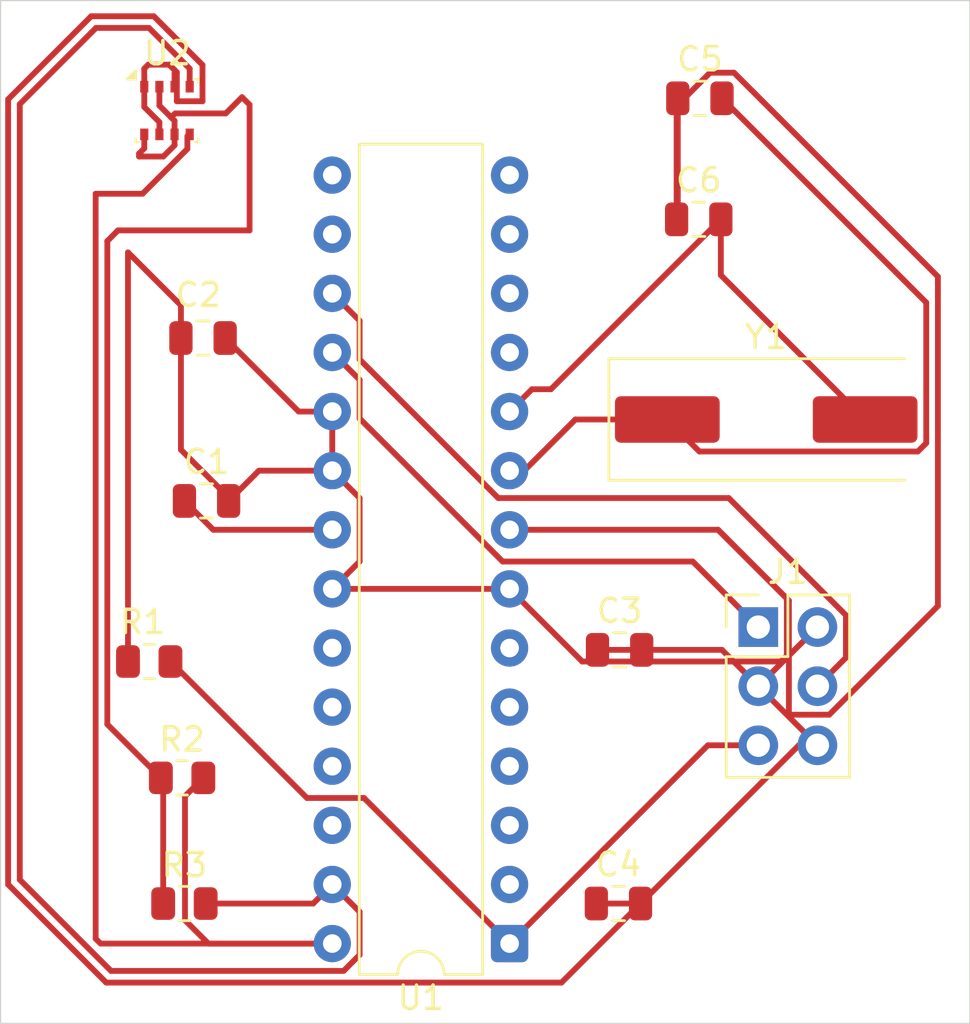
<source format=kicad_pcb>
(kicad_pcb (version 20241229) (generator "pcbnew") (generator_version "9.0")
  (layers (0 "F.Cu" signal) (2 "B.Cu" signal) (13 "F.Paste" user) (15 "B.Paste" user) (5 "F.SilkS" user "F.Silkscreen") (7 "B.SilkS" user "B.Silkscreen") (1 "F.Mask" user) (3 "B.Mask" user) (25 "Edge.Cuts" user))
  (net 0 "")
  (net 1 "Net-(U1-AREF)")
  (net 2 "+5V")
  (net 3 "Net-(U1-XTAL1{slash}PB6)")
  (net 4 "Net-(U1-XTAL2{slash}PB7)")
  (net 5 "Net-(J1-~{RST})")
  (net 6 "Net-(J1-MISO)")
  (net 7 "Net-(J1-MOSI)")
  (net 8 "/SDI")
  (net 9 "3.3V")
  (net 10 "/SCL")
  (footprint "Capacitor_SMD:C_0805_2012Metric" (layer "F.Cu") (at 169.95 56.3)
    (property "Reference" "C5" (at 0 -1.68 0) (layer "F.SilkS"))
    (property "Value" "22pf")
    (fp_line (start -0.261252 -0.735) (end 0.261252 -0.735) (stroke (width 0.12)) (layer "F.SilkS"))
    (fp_line (start -0.261252 0.735) (end 0.261252 0.735) (stroke (width 0.12)) (layer "F.SilkS"))
    (pad "1" smd roundrect (at -0.95 0) (size 1 1.45) (layers "F.Cu" "F.Mask" "F.Paste") (net 2 "+5V"))
    (pad "2" smd roundrect (at 0.95 0) (size 1 1.45) (layers "F.Cu" "F.Mask" "F.Paste") (net 3 "Net-(U1-XTAL1{slash}PB6)"))
  )
  (footprint "Package_LGA:Bosch_LGA-8_2.5x2.5mm_P0.65mm_ClockwisePinNumbering" (layer "F.Cu") (at 147.05 56.825)
    (property "Reference" "U2" (at 0.015 -2.465 0) (layer "F.SilkS"))
    (property "Value" "BME280")
    (fp_line (start -1.35 1.35) (end -1.35 1.2) (stroke (width 0.1)) (layer "F.SilkS"))
    (fp_line (start -1.35 1.36) (end -1.2 1.36) (stroke (width 0.1)) (layer "F.SilkS"))
    (fp_line (start 1.2 -1.35) (end 1.35 -1.35) (stroke (width 0.1)) (layer "F.SilkS"))
    (fp_line (start 1.35 -1.35) (end 1.35 -1.2) (stroke (width 0.1)) (layer "F.SilkS"))
    (fp_line (start 1.35 1.35) (end 1.2 1.35) (stroke (width 0.1)) (layer "F.SilkS"))
    (fp_line (start 1.35 1.35) (end 1.35 1.2) (stroke (width 0.1)) (layer "F.SilkS"))
    (fp_poly (pts (xy -1.35 -1.35) (xy -1.71 -1.35) (xy -1.35 -1.71) (xy -1.35 -1.35)) (stroke (width 0.12)) (fill yes) (layer "F.SilkS"))
    (pad "1" smd rect (at -0.975 -1.025 90) (size 0.5 0.35) (layers "F.Cu" "F.Mask" "F.Paste") (net 2 "+5V"))
    (pad "2" smd rect (at -0.325 -1.025 90) (size 0.5 0.35) (layers "F.Cu" "F.Mask" "F.Paste") (net 9 "3.3V"))
    (pad "3" smd rect (at 0.325 -1.025 90) (size 0.5 0.35) (layers "F.Cu" "F.Mask" "F.Paste") (net 2 "+5V"))
    (pad "4" smd rect (at 0.975 -1.025 90) (size 0.5 0.35) (layers "F.Cu" "F.Mask" "F.Paste") (net 10 "/SCL"))
    (pad "5" smd rect (at 0.975 1.025 90) (size 0.5 0.35) (layers "F.Cu" "F.Mask" "F.Paste") (net 8 "/SDI"))
    (pad "6" smd rect (at 0.325 1.025 90) (size 0.5 0.35) (layers "F.Cu" "F.Mask" "F.Paste") (net 9 "3.3V"))
    (pad "7" smd rect (at -0.325 1.025 90) (size 0.5 0.35) (layers "F.Cu" "F.Mask" "F.Paste") (net 2 "+5V"))
    (pad "8" smd rect (at -0.975 1.025 90) (size 0.5 0.35) (layers "F.Cu" "F.Mask" "F.Paste") (net 9 "3.3V"))
  )
  (footprint "Package_DIP:DIP-28_W7.62mm" (layer "F.Cu") (at 161.7725 92.62 180)
    (property "Reference" "U1" (at 3.81 -2.33 0) (layer "F.SilkS"))
    (property "Value" "ATmega328-P")
    (fp_line (start 6.46 34.35) (end 6.46 -1.33) (stroke (width 0.12)) (layer "F.SilkS"))
    (fp_line (start 6.46 -1.33) (end 4.81 -1.33) (stroke (width 0.12)) (layer "F.SilkS"))
    (fp_line (start 2.81 -1.33) (end 1.16 -1.33) (stroke (width 0.12)) (layer "F.SilkS"))
    (fp_line (start 1.16 34.35) (end 6.46 34.35) (stroke (width 0.12)) (layer "F.SilkS"))
    (fp_line (start 1.16 -1.33) (end 1.16 34.35) (stroke (width 0.12)) (layer "F.SilkS"))
    (fp_arc (start 4.81 -1.33) (mid 3.81 -0.33) (end 2.81 -1.33) (stroke (width 0.12)) (layer "F.SilkS"))
    (pad "1" thru_hole roundrect (at 0 0 180) (size 1.6 1.6) (drill 0.8) (layers "*.Cu" "*.Mask") (roundrect_rratio 0.15625) (net 5 "Net-(J1-~{RST})"))
    (pad "2" thru_hole circle (at 0 2.54 180) (size 1.6 1.6) (drill 0.8) (layers "*.Cu" "*.Mask"))
    (pad "3" thru_hole circle (at 0 5.08 180) (size 1.6 1.6) (drill 0.8) (layers "*.Cu" "*.Mask"))
    (pad "4" thru_hole circle (at 0 7.62 180) (size 1.6 1.6) (drill 0.8) (layers "*.Cu" "*.Mask"))
    (pad "5" thru_hole circle (at 0 10.16 180) (size 1.6 1.6) (drill 0.8) (layers "*.Cu" "*.Mask"))
    (pad "6" thru_hole circle (at 0 12.7 180) (size 1.6 1.6) (drill 0.8) (layers "*.Cu" "*.Mask"))
    (pad "7" thru_hole circle (at 0 15.24 180) (size 1.6 1.6) (drill 0.8) (layers "*.Cu" "*.Mask") (net 2 "+5V"))
    (pad "8" thru_hole circle (at 0 17.78 180) (size 1.6 1.6) (drill 0.8) (layers "*.Cu" "*.Mask") (net 2 "+5V"))
    (pad "9" thru_hole circle (at 0 20.32 180) (size 1.6 1.6) (drill 0.8) (layers "*.Cu" "*.Mask") (net 3 "Net-(U1-XTAL1{slash}PB6)"))
    (pad "10" thru_hole circle (at 0 22.86 180) (size 1.6 1.6) (drill 0.8) (layers "*.Cu" "*.Mask") (net 4 "Net-(U1-XTAL2{slash}PB7)"))
    (pad "11" thru_hole circle (at 0 25.4 180) (size 1.6 1.6) (drill 0.8) (layers "*.Cu" "*.Mask"))
    (pad "12" thru_hole circle (at 0 27.94 180) (size 1.6 1.6) (drill 0.8) (layers "*.Cu" "*.Mask"))
    (pad "13" thru_hole circle (at 0 30.48 180) (size 1.6 1.6) (drill 0.8) (layers "*.Cu" "*.Mask"))
    (pad "14" thru_hole circle (at 0 33.02 180) (size 1.6 1.6) (drill 0.8) (layers "*.Cu" "*.Mask"))
    (pad "15" thru_hole circle (at 7.62 33.02 180) (size 1.6 1.6) (drill 0.8) (layers "*.Cu" "*.Mask"))
    (pad "16" thru_hole circle (at 7.62 30.48 180) (size 1.6 1.6) (drill 0.8) (layers "*.Cu" "*.Mask"))
    (pad "17" thru_hole circle (at 7.62 27.94 180) (size 1.6 1.6) (drill 0.8) (layers "*.Cu" "*.Mask") (net 7 "Net-(J1-MOSI)"))
    (pad "18" thru_hole circle (at 7.62 25.4 180) (size 1.6 1.6) (drill 0.8) (layers "*.Cu" "*.Mask") (net 6 "Net-(J1-MISO)"))
    (pad "19" thru_hole circle (at 7.62 22.86 180) (size 1.6 1.6) (drill 0.8) (layers "*.Cu" "*.Mask") (net 2 "+5V"))
    (pad "20" thru_hole circle (at 7.62 20.32 180) (size 1.6 1.6) (drill 0.8) (layers "*.Cu" "*.Mask") (net 2 "+5V"))
    (pad "21" thru_hole circle (at 7.62 17.78 180) (size 1.6 1.6) (drill 0.8) (layers "*.Cu" "*.Mask") (net 1 "Net-(U1-AREF)"))
    (pad "22" thru_hole circle (at 7.62 15.24 180) (size 1.6 1.6) (drill 0.8) (layers "*.Cu" "*.Mask") (net 2 "+5V"))
    (pad "23" thru_hole circle (at 7.62 12.7 180) (size 1.6 1.6) (drill 0.8) (layers "*.Cu" "*.Mask"))
    (pad "24" thru_hole circle (at 7.62 10.16 180) (size 1.6 1.6) (drill 0.8) (layers "*.Cu" "*.Mask"))
    (pad "25" thru_hole circle (at 7.62 7.62 180) (size 1.6 1.6) (drill 0.8) (layers "*.Cu" "*.Mask"))
    (pad "26" thru_hole circle (at 7.62 5.08 180) (size 1.6 1.6) (drill 0.8) (layers "*.Cu" "*.Mask"))
    (pad "27" thru_hole circle (at 7.62 2.54 180) (size 1.6 1.6) (drill 0.8) (layers "*.Cu" "*.Mask") (net 10 "/SCL"))
    (pad "28" thru_hole circle (at 7.62 0 180) (size 1.6 1.6) (drill 0.8) (layers "*.Cu" "*.Mask") (net 8 "/SDI"))
  )
  (footprint "Capacitor_SMD:C_0805_2012Metric" (layer "F.Cu") (at 148.6 66.6)
    (property "Reference" "C2" (at -0.2 -1.85 180) (layer "F.SilkS"))
    (property "Value" "100nf")
    (fp_line (start -0.261252 -0.735) (end 0.261252 -0.735) (stroke (width 0.12)) (layer "F.SilkS"))
    (fp_line (start -0.261252 0.735) (end 0.261252 0.735) (stroke (width 0.12)) (layer "F.SilkS"))
    (pad "1" smd roundrect (at -0.95 0) (size 1 1.45) (layers "F.Cu" "F.Mask" "F.Paste") (net 2 "+5V"))
    (pad "2" smd roundrect (at 0.95 0) (size 1 1.45) (layers "F.Cu" "F.Mask" "F.Paste") (net 2 "+5V"))
  )
  (footprint "Resistor_SMD:R_0805_2012Metric" (layer "F.Cu") (at 147.7 85.5)
    (property "Reference" "R2" (at 0 -1.65 0) (layer "F.SilkS"))
    (property "Value" "4.7k")
    (fp_line (start -0.227064 -0.735) (end 0.227064 -0.735) (stroke (width 0.12)) (layer "F.SilkS"))
    (fp_line (start -0.227064 0.735) (end 0.227064 0.735) (stroke (width 0.12)) (layer "F.SilkS"))
    (pad "1" smd roundrect (at -0.9125 0) (size 1.025 1.4) (layers "F.Cu" "F.Mask" "F.Paste") (roundrect_rratio 0.243902) (net 9 "3.3V"))
    (pad "2" smd roundrect (at 0.9125 0) (size 1.025 1.4) (layers "F.Cu" "F.Mask" "F.Paste") (roundrect_rratio 0.243902) (net 8 "/SDI"))
  )
  (footprint "Capacitor_SMD:C_0805_2012Metric" (layer "F.Cu") (at 148.75 73.6)
    (property "Reference" "C1" (at 0 -1.68 0) (layer "F.SilkS"))
    (property "Value" "100nf")
    (fp_line (start -0.261252 -0.735) (end 0.261252 -0.735) (stroke (width 0.12)) (layer "F.SilkS"))
    (fp_line (start -0.261252 0.735) (end 0.261252 0.735) (stroke (width 0.12)) (layer "F.SilkS"))
    (pad "1" smd roundrect (at -0.95 0) (size 1 1.45) (layers "F.Cu" "F.Mask" "F.Paste") (net 1 "Net-(U1-AREF)"))
    (pad "2" smd roundrect (at 0.95 0) (size 1 1.45) (layers "F.Cu" "F.Mask" "F.Paste") (net 2 "+5V"))
  )
  (footprint "Resistor_SMD:R_0805_2012Metric" (layer "F.Cu") (at 146.2875 80.5)
    (property "Reference" "R1" (at -0.2875 -1.7 180) (layer "F.SilkS"))
    (property "Value" "10k")
    (fp_line (start -0.227064 -0.735) (end 0.227064 -0.735) (stroke (width 0.12)) (layer "F.SilkS"))
    (fp_line (start -0.227064 0.735) (end 0.227064 0.735) (stroke (width 0.12)) (layer "F.SilkS"))
    (pad "1" smd roundrect (at -0.9125 0) (size 1.025 1.4) (layers "F.Cu" "F.Mask" "F.Paste") (roundrect_rratio 0.243902) (net 2 "+5V"))
    (pad "2" smd roundrect (at 0.9125 0) (size 1.025 1.4) (layers "F.Cu" "F.Mask" "F.Paste") (roundrect_rratio 0.243902) (net 5 "Net-(J1-~{RST})"))
  )
  (footprint "Crystal:Crystal_SMD_HC49-SD" (layer "F.Cu") (at 172.8 70.1)
    (property "Reference" "Y1" (at 0 -3.55 0) (layer "F.SilkS"))
    (property "Value" "Crystal")
    (fp_line (start -6.76 -2.61) (end -6.76 2.61) (stroke (width 0.12)) (layer "F.SilkS"))
    (fp_line (start -6.76 2.61) (end 5.96 2.61) (stroke (width 0.12)) (layer "F.SilkS"))
    (fp_line (start 5.96 -2.61) (end -6.76 -2.61) (stroke (width 0.12)) (layer "F.SilkS"))
    (pad "1" smd roundrect (at -4.25 0) (size 4.5 2) (layers "F.Cu" "F.Mask" "F.Paste") (roundrect_rratio 0.125) (net 3 "Net-(U1-XTAL1{slash}PB6)"))
    (pad "2" smd roundrect (at 4.25 0) (size 4.5 2) (layers "F.Cu" "F.Mask" "F.Paste") (roundrect_rratio 0.125) (net 4 "Net-(U1-XTAL2{slash}PB7)"))
  )
  (footprint "Capacitor_SMD:C_0805_2012Metric" (layer "F.Cu") (at 166.45 90.9)
    (property "Reference" "C4" (at 0 -1.68 0) (layer "F.SilkS"))
    (property "Value" "10uf")
    (fp_line (start -0.261252 -0.735) (end 0.261252 -0.735) (stroke (width 0.12)) (layer "F.SilkS"))
    (fp_line (start -0.261252 0.735) (end 0.261252 0.735) (stroke (width 0.12)) (layer "F.SilkS"))
    (pad "1" smd roundrect (at -0.95 0) (size 1 1.45) (layers "F.Cu" "F.Mask" "F.Paste") (net 2 "+5V"))
    (pad "2" smd roundrect (at 0.95 0) (size 1 1.45) (layers "F.Cu" "F.Mask" "F.Paste") (net 2 "+5V"))
  )
  (footprint "Resistor_SMD:R_0805_2012Metric" (layer "F.Cu") (at 147.8 90.9)
    (property "Reference" "R3" (at 0 -1.65 0) (layer "F.SilkS"))
    (property "Value" "4.7k")
    (fp_line (start -0.227064 -0.735) (end 0.227064 -0.735) (stroke (width 0.12)) (layer "F.SilkS"))
    (fp_line (start -0.227064 0.735) (end 0.227064 0.735) (stroke (width 0.12)) (layer "F.SilkS"))
    (pad "1" smd roundrect (at -0.9125 0) (size 1.025 1.4) (layers "F.Cu" "F.Mask" "F.Paste") (roundrect_rratio 0.243902) (net 9 "3.3V"))
    (pad "2" smd roundrect (at 0.9125 0) (size 1.025 1.4) (layers "F.Cu" "F.Mask" "F.Paste") (roundrect_rratio 0.243902) (net 10 "/SCL"))
  )
  (footprint "Capacitor_SMD:C_0805_2012Metric" (layer "F.Cu") (at 166.5 80)
    (property "Reference" "C3" (at 0 -1.68 0) (layer "F.SilkS"))
    (property "Value" "100nf")
    (fp_line (start -0.261252 -0.735) (end 0.261252 -0.735) (stroke (width 0.12)) (layer "F.SilkS"))
    (fp_line (start -0.261252 0.735) (end 0.261252 0.735) (stroke (width 0.12)) (layer "F.SilkS"))
    (pad "1" smd roundrect (at -0.95 0) (size 1 1.45) (layers "F.Cu" "F.Mask" "F.Paste") (net 2 "+5V"))
    (pad "2" smd roundrect (at 0.95 0) (size 1 1.45) (layers "F.Cu" "F.Mask" "F.Paste") (net 2 "+5V"))
  )
  (footprint "Capacitor_SMD:C_0805_2012Metric" (layer "F.Cu") (at 169.9 61.5)
    (property "Reference" "C6" (at 0 -1.68 0) (layer "F.SilkS"))
    (property "Value" "22pf")
    (fp_line (start -0.261252 -0.735) (end 0.261252 -0.735) (stroke (width 0.12)) (layer "F.SilkS"))
    (fp_line (start -0.261252 0.735) (end 0.261252 0.735) (stroke (width 0.12)) (layer "F.SilkS"))
    (pad "1" smd roundrect (at -0.95 0) (size 1 1.45) (layers "F.Cu" "F.Mask" "F.Paste") (net 2 "+5V"))
    (pad "2" smd roundrect (at 0.95 0) (size 1 1.45) (layers "F.Cu" "F.Mask" "F.Paste") (net 4 "Net-(U1-XTAL2{slash}PB7)"))
  )
  (footprint "Connector_PinHeader_2.54mm:PinHeader_2x03_P2.54mm_Vertical" (layer "F.Cu") (at 172.46 79.02)
    (property "Reference" "J1" (at 1.27 -2.38 0) (layer "F.SilkS"))
    (property "Value" "AVR-ISP-6")
    (fp_line (start -1.38 -1.38) (end 0 -1.38) (stroke (width 0.12)) (layer "F.SilkS"))
    (fp_line (start -1.38 0) (end -1.38 -1.38) (stroke (width 0.12)) (layer "F.SilkS"))
    (fp_line (start -1.38 1.27) (end -1.38 6.46) (stroke (width 0.12)) (layer "F.SilkS"))
    (fp_line (start -1.38 1.27) (end 1.27 1.27) (stroke (width 0.12)) (layer "F.SilkS"))
    (fp_line (start -1.38 6.46) (end 3.92 6.46) (stroke (width 0.12)) (layer "F.SilkS"))
    (fp_line (start 1.27 -1.38) (end 3.92 -1.38) (stroke (width 0.12)) (layer "F.SilkS"))
    (fp_line (start 1.27 1.27) (end 1.27 -1.38) (stroke (width 0.12)) (layer "F.SilkS"))
    (fp_line (start 3.92 -1.38) (end 3.92 6.46) (stroke (width 0.12)) (layer "F.SilkS"))
    (pad "1" thru_hole rect (at 0 0) (size 1.7 1.7) (drill 1) (layers "*.Cu" "*.Mask") (net 6 "Net-(J1-MISO)"))
    (pad "2" thru_hole circle (at 2.54 0) (size 1.7 1.7) (drill 1) (layers "*.Cu" "*.Mask") (net 2 "+5V"))
    (pad "3" thru_hole circle (at 0 2.54) (size 1.7 1.7) (drill 1) (layers "*.Cu" "*.Mask") (net 2 "+5V"))
    (pad "4" thru_hole circle (at 2.54 2.54) (size 1.7 1.7) (drill 1) (layers "*.Cu" "*.Mask") (net 7 "Net-(J1-MOSI)"))
    (pad "5" thru_hole circle (at 0 5.08) (size 1.7 1.7) (drill 1) (layers "*.Cu" "*.Mask") (net 5 "Net-(J1-~{RST})"))
    (pad "6" thru_hole circle (at 2.54 5.08) (size 1.7 1.7) (drill 1) (layers "*.Cu" "*.Mask") (net 2 "+5V"))
  )
  (gr_rect (start 139.9 52.1) (end 181.55 96.05) (stroke (width 0.05)) (fill no) (layer "Edge.Cuts"))
  (segment (start 149.04 74.84) (end 147.8 73.6) (width 0.25) (layer "F.Cu") (net 1))
  (segment (start 154.1525 74.84) (end 149.04 74.84) (width 0.25) (layer "F.Cu") (net 1))
  (segment (start 155.3285 73.476) (end 154.1525 72.3) (width 0.25) (layer "F.Cu") (net 2))
  (segment (start 154.1525 72.3) (end 151 72.3) (width 0.25) (layer "F.Cu") (net 2))
  (segment (start 170.383774 55.199) (end 171.416226 55.199) (width 0.25) (layer "F.Cu") (net 2))
  (segment (start 149.7 73.6) (end 149.7 73.45) (width 0.25) (layer "F.Cu") (net 2))
  (segment (start 146.725 57.85) (end 146.725 57.323) (width 0.25) (layer "F.Cu") (net 2))
  (segment (start 149.7 73.45) (end 147.65 71.4) (width 0.25) (layer "F.Cu") (net 2))
  (segment (start 143.792479 52.774) (end 140.224 56.34248) (width 0.25) (layer "F.Cu") (net 2))
  (segment (start 174.2 84.1) (end 175 84.1) (width 0.25) (layer "F.Cu") (net 2))
  (segment (start 146.24474 54.85326) (end 146.075 55.023) (width 0.25) (layer "F.Cu") (net 2))
  (segment (start 172.46 81.56) (end 175 84.1) (width 0.25) (layer "F.Cu") (net 2))
  (segment (start 146.725 57.323) (end 146.075 56.673) (width 0.25) (layer "F.Cu") (net 2))
  (segment (start 154.1525 77.38) (end 161.7725 77.38) (width 0.25) (layer "F.Cu") (net 2))
  (segment (start 172.46 81.56) (end 175 79.02) (width 0.25) (layer "F.Cu") (net 2))
  (segment (start 148.576 56.426) (end 148.576 54.86548) (width 0.25) (layer "F.Cu") (net 2))
  (segment (start 173.774 82.786) (end 173.774 77.882) (width 0.25) (layer "F.Cu") (net 2))
  (segment (start 147.4 55.10652) (end 147.14674 54.85326) (width 0.25) (layer "F.Cu") (net 2))
  (segment (start 164.003 94.297) (end 167.4 90.9) (width 0.25) (layer "F.Cu") (net 2))
  (segment (start 180.177 78.116826) (end 175.507826 82.786) (width 0.25) (layer "F.Cu") (net 2))
  (segment (start 147.65 71.4) (end 147.65 66.6) (width 0.25) (layer "F.Cu") (net 2))
  (segment (start 171.416226 55.199) (end 180.177 63.959774) (width 0.25) (layer "F.Cu") (net 2))
  (segment (start 170.732 74.84) (end 173.686 77.794) (width 0.25) (layer "F.Cu") (net 2))
  (segment (start 167.45 80) (end 165.55 80) (width 0.25) (layer "F.Cu") (net 2))
  (segment (start 144.43848 94.297) (end 164.003 94.297) (width 0.25) (layer "F.Cu") (net 2))
  (segment (start 147.375 55.55) (end 147.375 55.225) (width 0.25) (layer "F.Cu") (net 2))
  (segment (start 147.375 55.225) (end 147.4 55.2) (width 0.25) (layer "F.Cu") (net 2))
  (segment (start 180.177 63.959774) (end 180.177 78.116826) (width 0.25) (layer "F.Cu") (net 2))
  (segment (start 170.9 80) (end 167.45 80) (width 0.25) (layer "F.Cu") (net 2))
  (segment (start 145.375 62.92) (end 145.375 80.5) (width 0.25) (layer "F.Cu") (net 2))
  (segment (start 169 56.3) (end 169 61.45) (width 0.25) (layer "F.Cu") (net 2))
  (segment (start 147.65 65.195) (end 145.375 62.92) (width 0.25) (layer "F.Cu") (net 2))
  (segment (start 151 72.3) (end 149.7 73.6) (width 0.25) (layer "F.Cu") (net 2))
  (segment (start 173.432062 80.499938) (end 164.892438 80.499938) (width 0.25) (layer "F.Cu") (net 2))
  (segment (start 149.55 66.6) (end 152.71 69.76) (width 0.25) (layer "F.Cu") (net 2))
  (segment (start 172.46 81.56) (end 170.9 80) (width 0.25) (layer "F.Cu") (net 2))
  (segment (start 173.686 80.246) (end 173.432062 80.499938) (width 0.25) (layer "F.Cu") (net 2))
  (segment (start 147.14674 54.85326) (end 147.474 55.18052) (width 0.25) (layer "F.Cu") (net 2))
  (segment (start 154.1525 77.38) (end 155.3285 76.204) (width 0.25) (layer "F.Cu") (net 2))
  (segment (start 167.4 90.9) (end 174.2 84.1) (width 0.25) (layer "F.Cu") (net 2))
  (segment (start 146.48452 52.774) (end 143.792479 52.774) (width 0.25) (layer "F.Cu") (net 2))
  (segment (start 164.892438 80.499938) (end 161.7725 77.38) (width 0.25) (layer "F.Cu") (net 2))
  (segment (start 147.474 56.426) (end 148.576 56.426) (width 0.25) (layer "F.Cu") (net 2))
  (segment (start 147.65 66.6) (end 147.65 65.195) (width 0.25) (layer "F.Cu") (net 2))
  (segment (start 173.774 77.882) (end 170.732 74.84) (width 0.25) (layer "F.Cu") (net 2))
  (segment (start 168.95 56.632774) (end 170.383774 55.199) (width 0.25) (layer "F.Cu") (net 2))
  (segment (start 147.4 55.2) (end 147.4 55.10652) (width 0.25) (layer "F.Cu") (net 2))
  (segment (start 140.224 90.082521) (end 144.43848 94.297) (width 0.25) (layer "F.Cu") (net 2))
  (segment (start 140.224 56.34248) (end 140.224 90.082521) (width 0.25) (layer "F.Cu") (net 2))
  (segment (start 165.5 90.9) (end 167.4 90.9) (width 0.25) (layer "F.Cu") (net 2))
  (segment (start 168.95 61.5) (end 168.95 56.632774) (width 0.25) (layer "F.Cu") (net 2))
  (segment (start 148.576 54.86548) (end 146.48452 52.774) (width 0.25) (layer "F.Cu") (net 2))
  (segment (start 152.71 69.76) (end 154.1525 69.76) (width 0.25) (layer "F.Cu") (net 2))
  (segment (start 146.24474 54.85326) (end 147.14674 54.85326) (width 0.25) (layer "F.Cu") (net 2))
  (segment (start 169 61.45) (end 168.95 61.5) (width 0.25) (layer "F.Cu") (net 2))
  (segment (start 175.507826 82.786) (end 173.774 82.786) (width 0.25) (layer "F.Cu") (net 2))
  (segment (start 173.686 77.794) (end 173.686 80.246) (width 0.25) (layer "F.Cu") (net 2))
  (segment (start 155.3285 76.204) (end 155.3285 73.476) (width 0.25) (layer "F.Cu") (net 2))
  (segment (start 147.474 55.18052) (end 147.474 56.426) (width 0.25) (layer "F.Cu") (net 2))
  (segment (start 154.1525 69.76) (end 154.1525 72.3) (width 0.25) (layer "F.Cu") (net 2))
  (segment (start 161.7725 74.84) (end 170.732 74.84) (width 0.25) (layer "F.Cu") (net 2))
  (segment (start 146.075 55.023) (end 146.075 55.55) (width 0.25) (layer "F.Cu") (net 2))
  (segment (start 146.075 56.673) (end 146.075 55.8) (width 0.25) (layer "F.Cu") (net 2))
  (segment (start 179.676 65.076) (end 170.9 56.3) (width 0.25) (layer "F.Cu") (net 3))
  (segment (start 164.6 70.1) (end 162.4 72.3) (width 0.25) (layer "F.Cu") (net 3))
  (segment (start 168.55 70.1) (end 164.6 70.1) (width 0.25) (layer "F.Cu") (net 3))
  (segment (start 162.4 72.3) (end 161.7725 72.3) (width 0.25) (layer "F.Cu") (net 3))
  (segment (start 168.55 70.1) (end 169.926 71.476) (width 0.25) (layer "F.Cu") (net 3))
  (segment (start 179.316226 71.476) (end 179.676 71.116226) (width 0.25) (layer "F.Cu") (net 3))
  (segment (start 179.676 71.116226) (end 179.676 65.076) (width 0.25) (layer "F.Cu") (net 3))
  (segment (start 169.926 71.476) (end 179.316226 71.476) (width 0.25) (layer "F.Cu") (net 3))
  (segment (start 170.85 61.5) (end 163.55 68.8) (width 0.25) (layer "F.Cu") (net 4))
  (segment (start 177.05 70.1) (end 170.85 63.9) (width 0.25) (layer "F.Cu") (net 4))
  (segment (start 170.85 63.9) (end 170.85 61.5) (width 0.25) (layer "F.Cu") (net 4))
  (segment (start 163.55 68.8) (end 162.7325 68.8) (width 0.25) (layer "F.Cu") (net 4))
  (segment (start 162.7325 68.8) (end 161.7725 69.76) (width 0.25) (layer "F.Cu") (net 4))
  (segment (start 172.46 84.1) (end 170.2925 84.1) (width 0.25) (layer "F.Cu") (net 5))
  (segment (start 155.5165 86.364) (end 161.7725 92.62) (width 0.25) (layer "F.Cu") (net 5))
  (segment (start 153.064 86.364) (end 155.5165 86.364) (width 0.25) (layer "F.Cu") (net 5))
  (segment (start 170.2925 84.1) (end 161.7725 92.62) (width 0.25) (layer "F.Cu") (net 5))
  (segment (start 147.2 80.5) (end 153.064 86.364) (width 0.25) (layer "F.Cu") (net 5))
  (segment (start 155.3285 68.396) (end 154.1525 67.22) (width 0.25) (layer "F.Cu") (net 6))
  (segment (start 155.3285 70.059116) (end 155.3285 68.396) (width 0.25) (layer "F.Cu") (net 6))
  (segment (start 161.473384 76.204) (end 155.3285 70.059116) (width 0.25) (layer "F.Cu") (net 6))
  (segment (start 172.46 79.02) (end 169.644 76.204) (width 0.25) (layer "F.Cu") (net 6))
  (segment (start 169.644 76.204) (end 161.473384 76.204) (width 0.25) (layer "F.Cu") (net 6))
  (segment (start 175 81.56) (end 176.226 80.334) (width 0.25) (layer "F.Cu") (net 7))
  (segment (start 171.189826 73.476) (end 161.285384 73.476) (width 0.25) (layer "F.Cu") (net 7))
  (segment (start 176.226 80.334) (end 176.226 78.512174) (width 0.25) (layer "F.Cu") (net 7))
  (segment (start 161.285384 73.476) (end 155.3285 67.519116) (width 0.25) (layer "F.Cu") (net 7))
  (segment (start 176.226 78.512174) (end 171.189826 73.476) (width 0.25) (layer "F.Cu") (net 7))
  (segment (start 155.3285 65.856) (end 154.1525 64.68) (width 0.25) (layer "F.Cu") (net 7))
  (segment (start 155.3285 67.519116) (end 155.3285 65.856) (width 0.25) (layer "F.Cu") (net 7))
  (segment (start 143.9855 60.4) (end 146.002 60.4) (width 0.25) (layer "F.Cu") (net 8))
  (segment (start 148.827774 92.62) (end 154.1525 92.62) (width 0.25) (layer "F.Cu") (net 8))
  (segment (start 147.824 91.616226) (end 148.827774 92.62) (width 0.25) (layer "F.Cu") (net 8))
  (segment (start 146.002 60.4) (end 147.926 58.476) (width 0.25) (layer "F.Cu") (net 8))
  (segment (start 147.926 58.476) (end 147.926 57.925) (width 0.25) (layer "F.Cu") (net 8))
  (segment (start 147.824 86.2885) (end 147.824 91.616226) (width 0.25) (layer "F.Cu") (net 8))
  (segment (start 154.1525 92.62) (end 144.195 92.62) (width 0.25) (layer "F.Cu") (net 8))
  (segment (start 148.6125 85.5) (end 147.824 86.2885) (width 0.25) (layer "F.Cu") (net 8))
  (segment (start 144.195 92.62) (end 143.9855 92.4105) (width 0.25) (layer "F.Cu") (net 8))
  (segment (start 143.9855 92.4105) (end 143.9855 60.4) (width 0.25) (layer "F.Cu") (net 8))
  (segment (start 144.4865 83.199) (end 144.4865 62.4335) (width 0.25) (layer "F.Cu") (net 9))
  (segment (start 147.23026 57.11974) (end 147.375 57.26448) (width 0.25) (layer "F.Cu") (net 9))
  (segment (start 150.6 56.575) (end 150.275 56.25) (width 0.25) (layer "F.Cu") (net 9))
  (segment (start 147.401 56.949) (end 147.23026 57.11974) (width 0.25) (layer "F.Cu") (net 9))
  (segment (start 144.945 61.975) (end 150.6 61.975) (width 0.25) (layer "F.Cu") (net 9))
  (segment (start 146.8875 85.6) (end 146.7875 85.5) (width 0.25) (layer "F.Cu") (net 9))
  (segment (start 147.375 57.85) (end 147.375 58.31848) (width 0.25) (layer "F.Cu") (net 9))
  (segment (start 146.725 56.61448) (end 147.23026 57.11974) (width 0.25) (layer "F.Cu") (net 9))
  (segment (start 145.85 58.8) (end 145.85 58.675) (width 0.25) (layer "F.Cu") (net 9))
  (segment (start 146.075 58.45) (end 146.075 57.85) (width 0.25) (layer "F.Cu") (net 9))
  (segment (start 150.6 61.975) (end 150.6 56.575) (width 0.25) (layer "F.Cu") (net 9))
  (segment (start 146.725 55.8) (end 146.725 56.61448) (width 0.25) (layer "F.Cu") (net 9))
  (segment (start 149.576 56.949) (end 147.401 56.949) (width 0.25) (layer "F.Cu") (net 9))
  (segment (start 146.7875 85.5) (end 144.4865 83.199) (width 0.25) (layer "F.Cu") (net 9))
  (segment (start 147.375 57.26448) (end 147.375 57.85) (width 0.25) (layer "F.Cu") (net 9))
  (segment (start 145.85 58.675) (end 146.075 58.45) (width 0.25) (layer "F.Cu") (net 9))
  (segment (start 144.4865 62.4335) (end 144.945 61.975) (width 0.25) (layer "F.Cu") (net 9))
  (segment (start 146.89348 58.8) (end 145.85 58.8) (width 0.25) (layer "F.Cu") (net 9))
  (segment (start 147.375 58.31848) (end 146.89348 58.8) (width 0.25) (layer "F.Cu") (net 9))
  (segment (start 146.8875 90.9) (end 146.8875 85.6) (width 0.25) (layer "F.Cu") (net 9))
  (segment (start 150.275 56.25) (end 149.576 56.949) (width 0.25) (layer "F.Cu") (net 9))
  (segment (start 140.725 89.875) (end 140.725 56.55) (width 0.25) (layer "F.Cu") (net 10))
  (segment (start 148.025 55.023) (end 148.025 55.55) (width 0.25) (layer "F.Cu") (net 10))
  (segment (start 154.1525 90.08) (end 154.1525 89.435274) (width 0.25) (layer "F.Cu") (net 10))
  (segment (start 146.277 53.275) (end 148.025 55.023) (width 0.25) (layer "F.Cu") (net 10))
  (segment (start 144 53.275) (end 146.277 53.275) (width 0.25) (layer "F.Cu") (net 10))
  (segment (start 148.7125 90.9) (end 153.3325 90.9) (width 0.25) (layer "F.Cu") (net 10))
  (segment (start 155.3285 91.256) (end 155.3285 93.107116) (width 0.25) (layer "F.Cu") (net 10))
  (segment (start 153.3325 90.9) (end 154.1525 90.08) (width 0.25) (layer "F.Cu") (net 10))
  (segment (start 155.3285 93.107116) (end 154.639616 93.796) (width 0.25) (layer "F.Cu") (net 10))
  (segment (start 154.639616 93.796) (end 144.646 93.796) (width 0.25) (layer "F.Cu") (net 10))
  (segment (start 140.725 56.55) (end 144 53.275) (width 0.25) (layer "F.Cu") (net 10))
  (segment (start 144.646 93.796) (end 140.725 89.875) (width 0.25) (layer "F.Cu") (net 10))
  (segment (start 154.1525 90.08) (end 155.3285 91.256) (width 0.25) (layer "F.Cu") (net 10))
)
</source>
